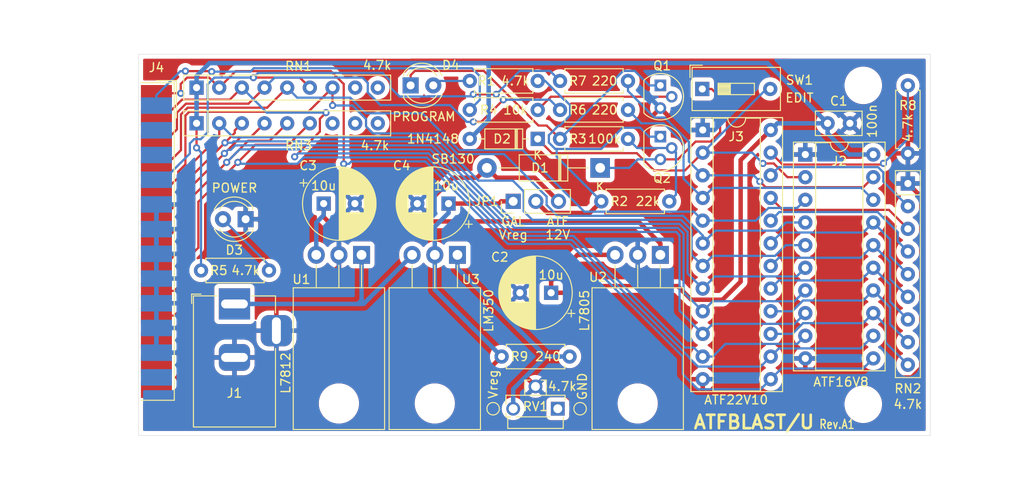
<source format=kicad_pcb>
(kicad_pcb (version 20210228) (generator pcbnew)
  (title_block (title "ATFBLAST/U") (date "2021-04-12") (rev "A1"))
  (layers (0 "F.Cu" signal) (31 "B.Cu" signal) (34 "B.Paste" user) (35 "F.Paste" user) (36 "B.SilkS" user "B.Silkscreen") (37 "F.SilkS" user "F.Silkscreen") (38 "B.Mask" user) (39 "F.Mask" user) (44 "Edge.Cuts" user))
  (net 0 "")
  (net 1 "GND")
  (net 2 "+5V")
  (net 3 "+12V")
  (net 4 "Net-(C4-Pad1)")
  (net 5 "/EDIT")
  (net 6 "Net-(D3-Pad2)")
  (net 7 "Net-(D4-Pad2)")
  (net 8 "Net-(D4-Pad1)")
  (net 9 "/P_V-")
  (net 10 "/D0")
  (net 11 "/RA0")
  (net 12 "/D7")
  (net 13 "Net-(J2-Pad17)")
  (net 14 "/D6")
  (net 15 "Net-(J2-Pad16)")
  (net 16 "/D5")
  (net 17 "Net-(J2-Pad15)")
  (net 18 "/D4")
  (net 19 "Net-(J2-Pad14)")
  (net 20 "/D3")
  (net 21 "Net-(J2-Pad13)")
  (net 22 "/D2")
  (net 23 "/ACK")
  (net 24 "/STROBE")
  (net 25 "Net-(J3-Pad23)")
  (net 26 "Net-(J3-Pad22)")
  (net 27 "/SELECT")
  (net 28 "/AUTO")
  (net 29 "/D1")
  (net 30 "Net-(JP1-Pad2)")
  (net 31 "Net-(Q1-Pad2)")
  (net 32 "Net-(Q2-Pad2)")
  (net 33 "Net-(J3-Pad20)")
  (net 34 "Net-(J3-Pad21)")
  (net 35 "Net-(J1-Pad1)")
  (net 36 "Net-(D1-Pad1)")
  (net 37 "Net-(R9-Pad2)")
  (footprint "Capacitor_THT:C_Disc_D5.0mm_W2.5mm_P2.50mm" (layer "F.Cu") (at 180.75 84.25)
    (fp_text reference "C1")
    (fp_text value "100n")
  )
  (footprint "Capacitor_THT:CP_Radial_D8.0mm_P3.50mm" (layer "F.Cu") (at 124.25 93.25)
    (fp_text reference "C3")
    (fp_text value "10u")
  )
  (footprint "LED_THT:LED_D4.0mm" (layer "F.Cu") (at 115.5 95 180)
    (fp_text reference "D3")
    (fp_text value "LED")
  )
  (footprint "Connector_BarrelJack:BarrelJack_Horizontal" (layer "F.Cu") (at 114.25 104.5 90)
    (fp_text reference "J1")
    (fp_text value "DS-210")
  )
  (footprint "Package_DIP:DIP-24_W7.62mm_Socket" (layer "F.Cu") (at 166.75 85)
    (fp_text reference "J3")
    (fp_text value "DIP24-panel")
  )
  (footprint "Package_TO_SOT_THT:TO-92" (layer "F.Cu") (at 162 80 -90)
    (fp_text reference "Q1")
    (fp_text value "BC547")
  )
  (footprint "Resistor_THT:R_Axial_DIN0207_L6.3mm_D2.5mm_P7.62mm_Horizontal" (layer "F.Cu") (at 148.25 79.5 180)
    (fp_text reference "R1")
    (fp_text value "4.7k")
  )
  (footprint "Resistor_THT:R_Axial_DIN0207_L6.3mm_D2.5mm_P7.62mm_Horizontal" (layer "F.Cu") (at 148.25 82.75 180)
    (fp_text reference "R4")
    (fp_text value "10k")
  )
  (footprint "Resistor_THT:R_Axial_DIN0207_L6.3mm_D2.5mm_P7.62mm_Horizontal" (layer "F.Cu") (at 110.5 100.75)
    (fp_text reference "R5")
    (fp_text value "4.7k")
  )
  (footprint "Resistor_THT:R_Axial_DIN0207_L6.3mm_D2.5mm_P7.62mm_Horizontal" (layer "F.Cu") (at 158.37 79.5 180)
    (fp_text reference "R7")
    (fp_text value "220")
  )
  (footprint "Package_TO_SOT_THT:TO-220-3_Horizontal_TabDown" (layer "F.Cu") (at 128.5 99 180)
    (fp_text reference "U1")
    (fp_text value "L7812")
  )
  (footprint "Resistor_THT:R_Array_SIP9" (layer "F.Cu") (at 189.75 91 -90)
    (fp_text reference "RN2")
    (fp_text value "4.7k")
  )
  (footprint "MountingHole:MountingHole_3.2mm_M3" (layer "F.Cu") (at 184.75 80)
    (fp_text reference "H1" hide)
    (fp_text value "MountingHole" hide)
  )
  (footprint "MountingHole:MountingHole_3.2mm_M3" (layer "F.Cu") (at 184.75 115.75)
    (fp_text reference "H2" hide)
    (fp_text value "MountingHole" hide)
  )
  (footprint "Resistor_THT:R_Axial_DIN0207_L6.3mm_D2.5mm_P7.62mm_Horizontal" (layer "F.Cu") (at 163 93 180)
    (fp_text reference "R2")
    (fp_text value "22k")
  )
  (footprint "Package_TO_SOT_THT:TO-220-3_Horizontal_TabDown" (layer "F.Cu") (at 139.25 99 180)
    (fp_text reference "U3")
    (fp_text value "LM350")
  )
  (footprint "Package_TO_SOT_THT:TO-220-3_Horizontal_TabDown" (layer "F.Cu") (at 162 99 180)
    (fp_text reference "U2")
    (fp_text value "L7805")
  )
  (footprint "LED_THT:LED_D4.0mm" (layer "F.Cu") (at 134 80)
    (fp_text reference "D4")
    (fp_text value "LED")
  )
  (footprint "Package_DIP:DIP-20_W7.62mm_Socket" (layer "F.Cu") (at 178.25 87.75)
    (fp_text reference "J2")
    (fp_text value "DIP20-panel")
  )
  (footprint "TestPoint:TestPoint_Pad_D1.0mm" (layer "F.Cu") (at 153 116.25)
    (fp_text reference "TP2" hide)
    (fp_text value "GND")
  )
  (footprint "TestPoint:TestPoint_Pad_D1.0mm" (layer "F.Cu") (at 143.25 116.25)
    (fp_text reference "TP1" hide)
    (fp_text value "Vreg")
  )
  (footprint "Potentiometer_THT:Potentiometer_Runtron_RM-063_Horizontal" (layer "F.Cu") (at 150.5 116.25 180)
    (fp_text reference "RV1")
    (fp_text value "4.7k")
  )
  (footprint "Resistor_THT:R_Axial_DIN0207_L6.3mm_D2.5mm_P7.62mm_Horizontal" (layer "F.Cu") (at 150.75 86)
    (fp_text reference "R3")
    (fp_text value "100k")
  )
  (footprint "Resistor_THT:R_Array_SIP9" (layer "F.Cu") (at 110 84.25)
    (fp_text reference "RN3")
    (fp_text value "4.7k")
  )
  (footprint "Resistor_THT:R_Array_SIP9" (layer "F.Cu") (at 110 80.25)
    (fp_text reference "RN1")
    (fp_text value "4.7k")
  )
  (footprint "Resistor_THT:R_Axial_DIN0207_L6.3mm_D2.5mm_P7.62mm_Horizontal" (layer "F.Cu") (at 158.37 82.75 180)
    (fp_text reference "R6")
    (fp_text value "220")
  )
  (footprint "Connector_PinHeader_2.54mm:PinHeader_1x03_P2.54mm_Vertical" (layer "F.Cu") (at 145.5 93 90)
    (fp_text reference "JP1")
    (fp_text value "Jumper_3")
  )
  (footprint "Diode_THT:D_DO-35_SOD27_P7.62mm_Horizontal" (layer "F.Cu") (at 148.25 86 180)
    (fp_text reference "D2")
    (fp_text value "1N4148")
  )
  (footprint "Diode_THT:D_DO-41_SOD81_P12.70mm_Horizontal" (layer "F.Cu") (at 155.25 89.25 180)
    (fp_text reference "D1")
    (fp_text value "SB130")
  )
  (footprint "Connector_Dsub:DSUB-25_Male_EdgeMount_P2.77mm" (layer "F.Cu") (at 105.5 97.5 -90)
    (fp_text reference "J4")
    (fp_text value "DB25_Male")
  )
  (footprint "Capacitor_THT:CP_Radial_D8.0mm_P3.50mm" (layer "F.Cu") (at 149.75 103.25 180)
    (fp_text reference "C2")
    (fp_text value "10u")
  )
  (footprint "Button_Switch_THT:SW_DIP_SPSTx01_Slide_9.78x4.72mm_W7.62mm_P2.54mm" (layer "F.Cu") (at 166.7 80.4)
    (fp_text reference "SW1")
    (fp_text value "SW_DIP_x01")
  )
  (footprint "Package_TO_SOT_THT:TO-92" (layer "F.Cu") (at 162 85.75 -90)
    (fp_text reference "Q2")
    (fp_text value "BC557")
  )
  (footprint "Capacitor_THT:CP_Radial_D8.0mm_P3.50mm" (layer "F.Cu") (at 138.25 93.25 180)
    (fp_text reference "C4")
    (fp_text value "10u")
  )
  (footprint "Resistor_THT:R_Axial_DIN0207_L6.3mm_D2.5mm_P7.62mm_Horizontal" (layer "F.Cu") (at 189.75 80 -90)
    (fp_text reference "R8")
    (fp_text value "4.7k")
  )
  (footprint "Resistor_THT:R_Axial_DIN0207_L6.3mm_D2.5mm_P7.62mm_Horizontal" (layer "F.Cu") (at 144.2 110.4)
    (fp_text reference "R9")
    (fp_text value "240")
  )
  (gr_line (start 103.5 119.25) (end 103.5 76.5) (layer "Edge.Cuts") (width 0.05))
  (gr_line (start 192.25 119.25) (end 103.5 119.25) (layer "Edge.Cuts") (width 0.05))
  (gr_line (start 192.25 76.5) (end 192.25 119.25) (layer "Edge.Cuts") (width 0.05))
  (gr_line (start 103.5 76.5) (end 192.25 76.5) (layer "Edge.Cuts") (width 0.05))
  (gr_text "ATFBLAST/U" (at 172.5 117.75) (layer "F.SilkS") (effects (font (size 1.5 1.5) (thickness 0.3))))
  (gr_text "Rev.A1" (at 181.8 118) (layer "F.SilkS") (effects (font (size 1 0.8))))
  (segment (start 166.75 112.94) (end 166.75 114.5) (width 0.5) (layer "F.Cu") (net 1))
  (segment (start 189.75 87.62) (end 189.75 86) (width 0.5) (layer "F.Cu") (net 1))
  (segment (start 191.25 111.670002) (end 191.25 92.5) (width 0.5) (layer "F.Cu") (net 1))
  (segment (start 146.25 103.25) (end 149.25 106.25) (width 0.5) (layer "F.Cu") (net 1))
  (segment (start 167.5 115.25) (end 175.25 115.25) (width 0.5) (layer "F.Cu") (net 1))
  (segment (start 166.75 77.25) (end 165.5 77.25) (width 0.5) (layer "F.Cu") (net 1))
  (segment (start 133.25 91.75) (end 132 91.75) (width 0.5) (layer "F.Cu") (net 1))
  (segment (start 116.9 95) (end 115.5 95) (width 0.5) (layer "F.Cu") (net 1))
  (segment (start 153 96.5) (end 146.25 103.25) (width 0.5) (layer "F.Cu") (net 1))
  (segment (start 125.96 99) (end 125.96 100.29) (width 0.5) (layer "F.Cu") (net 1))
  (segment (start 189.25 85.5) (end 184.5 85.5) (width 0.5) (layer "F.Cu") (net 1))
  (segment (start 183.25 84.25) (end 179.75 87.75) (width 0.5) (layer "F.Cu") (net 1))
  (segment (start 165.5 77.25) (end 134.139998 77.25) (width 0.5) (layer "F.Cu") (net 1))
  (segment (start 190.170002 112.75) (end 191.25 111.670002) (width 0.5) (layer "F.Cu") (net 1))
  (segment (start 189.75 91) (end 189.75 87.62) (width 0.5) (layer "F.Cu") (net 1))
  (segment (start 148 113.75) (end 149.25 112.5) (width 0.5) (layer "F.Cu") (net 1))
  (segment (start 158.75 96.5) (end 153 96.5) (width 0.5) (layer "F.Cu") (net 1))
  (segment (start 121.75 107.5) (end 124 105.25) (width 0.5) (layer "F.Cu") (net 1))
  (segment (start 184.5 85.5) (end 183.25 84.25) (width 0.5) (layer "F.Cu") (net 1))
  (segment (start 118.95 110.05) (end 118.95 107.5) (width 0.5) (layer "F.Cu") (net 1))
  (segment (start 178.75 112.75) (end 190.170002 112.75) (width 0.5) (layer "F.Cu") (net 1))
  (segment (start 124 105.25) (end 124 104.5) (width 0.5) (layer "F.Cu") (net 1))
  (segment (start 118.95 107.5) (end 121.75 107.5) (width 0.5) (layer "F.Cu") (net 1))
  (segment (start 118.5 110.5) (end 118.95 110.05) (width 0.5) (layer "F.Cu") (net 1))
  (segment (start 178.25 112.25) (end 178.25 110.61) (width 0.5) (layer "F.Cu") (net 1))
  (segment (start 176.25 77.25) (end 166.75 77.25) (width 0.5) (layer "F.Cu") (net 1))
  (segment (start 191.25 92.5) (end 189.75 91) (width 0.5) (layer "F.Cu") (net 1))
  (segment (start 165.5 77.25) (end 165.25 77.25) (width 0.5) (layer "F.Cu") (net 1))
  (segment (start 159.46 99) (end 159.46 97.21) (width 0.5) (layer "F.Cu") (net 1))
  (segment (start 132 91.75) (end 129.25 91.75) (width 0.5) (layer "F.Cu") (net 1))
  (segment (start 153.25 116.25) (end 153 116.25) (width 0.5) (layer "F.Cu") (net 1))
  (segment (start 175.25 115.25) (end 178.25 112.25) (width 0.5) (layer "F.Cu") (net 1))
  (segment (start 129.25 91.75) (end 127.75 93.25) (width 0.5) (layer "F.Cu") (net 1))
  (segment (start 183.25 84.25) (end 176.25 77.25) (width 0.5) (layer "F.Cu") (net 1))
  (segment (start 189.75 86) (end 189.25 85.5) (width 0.5) (layer "F.Cu") (net 1))
  (segment (start 166.75 114.5) (end 167.5 115.25) (width 0.5) (layer "F.Cu") (net 1))
  (segment (start 149.25 106.25) (end 149.25 112.5) (width 0.5) (layer "F.Cu") (net 1))
  (segment (start 125 101.25) (end 124 101.25) (width 0.5) (layer "F.Cu") (net 1))
  (segment (start 114.25 110.5) (end 118.5 110.5) (width 0.5) (layer "F.Cu") (net 1))
  (segment (start 124 101.25) (end 123.15 101.25) (width 0.5) (layer "F.Cu") (net 1))
  (segment (start 125.96 100.29) (end 125 101.25) (width 0.5) (layer "F.Cu") (net 1))
  (segment (start 179.75 87.75) (end 178.25 87.75) (width 0.5) (layer "F.Cu") (net 1))
  (segment (start 134.75 93.25) (end 133.25 91.75) (width 0.5) (layer "F.Cu") (net 1))
  (segment (start 123.15 101.25) (end 116.9 95) (width 0.5) (layer "F.Cu") (net 1))
  (segment (start 134.139998 77.25) (end 132 79.389998) (width 0.5) (layer "F.Cu") (net 1))
  (segment (start 144.75 104.75) (end 124 104.75) (width 0.5) (layer "F.Cu") (net 1))
  (segment (start 146.25 103.25) (end 144.75 104.75) (width 0.5) (layer "F.Cu") (net 1))
  (segment (start 132 79.389998) (end 132 91.75) (width 0.5) (layer "F.Cu") (net 1))
  (segment (start 124 104.5) (end 124 101.25) (width 0.5) (layer "F.Cu") (net 1))
  (segment (start 178.25 112.25) (end 178.75 112.75) (width 0.5) (layer "F.Cu") (net 1))
  (segment (start 149.25 112.5) (end 153 116.25) (width 0.5) (layer "F.Cu") (net 1))
  (segment (start 159.46 97.21) (end 158.75 96.5) (width 0.5) (layer "F.Cu") (net 1))
  (segment (start 125.96 95.04) (end 127.75 93.25) (width 0.5) (layer "B.Cu") (net 1))
  (segment (start 105.5 101.655) (end 105.5 98.885) (width 0.5) (layer "B.Cu") (net 1))
  (segment (start 105.5 104.425) (end 105.5 101.655) (width 0.5) (layer "B.Cu") (net 1))
  (segment (start 105.5 107.195) (end 105.5 104.425) (width 0.5) (layer "B.Cu") (net 1))
  (segment (start 105.5 109.965) (end 109.035 109.965) (width 0.5) (layer "B.Cu") (net 1))
  (segment (start 105.5 98.885) (end 105.5 96.115) (width 0.5) (layer "B.Cu") (net 1))
  (segment (start 105.5 96.115) (end 105.5 93.345) (width 0.5) (layer "B.Cu") (net 1))
  (segment (start 109.035 109.965) (end 110.965 109.965) (width 0.5) (layer "B.Cu") (net 1))
  (segment (start 110.965 109.965) (end 111.5 110.5) (width 0.5) (layer "B.Cu") (net 1))
  (segment (start 105.5 109.965) (end 105.5 107.195) (width 0.5) (layer "B.Cu") (net 1))
  (segment (start 125.96 99) (end 125.96 95.04) (width 0.5) (layer "B.Cu") (net 1))
  (segment (start 111.5 110.5) (end 114.25 110.5) (width 0.5) (layer "B.Cu") (net 1))
  (segment (start 173.570001 85.799999) (end 174.37 85) (width 0.5) (layer "F.Cu") (net 2))
  (segment (start 168.969999 104.030001) (end 171 102) (width 0.5) (layer "F.Cu") (net 2))
  (segment (start 110 84.25) (end 110 86.999994) (width 0.25) (layer "F.Cu") (net 2))
  (segment (start 165.469999 104.030001) (end 168.969999 104.030001) (width 0.5) (layer "F.Cu") (net 2))
  (segment (start 149.75 103.25) (end 149.75 101.95) (width 0.5) (layer "F.Cu") (net 2))
  (segment (start 155.4675 99) (end 156.92 99) (width 0.5) (layer "F.Cu") (net 2))
  (segment (start 163.939998 102.5) (end 165.469999 104.030001) (width 0.5) (layer "F.Cu") (net 2))
  (segment (start 152 102.5) (end 163.939998 102.5) (width 0.5) (layer "F.Cu") (net 2))
  (segment (start 110 86.999994) (end 110.000006 87) (width 0.25) (layer "F.Cu") (net 2))
  (segment (start 149.75 101.95) (end 152.7 99) (width 0.5) (layer "F.Cu") (net 2))
  (segment (start 149.75 103.25) (end 151.25 103.25) (width 0.5) (layer "F.Cu") (net 2))
  (segment (start 171 102) (end 171 88.37) (width 0.5) (layer "F.Cu") (net 2))
  (segment (start 152.7 99) (end 155.4675 99) (width 0.5) (layer "F.Cu") (net 2))
  (segment (start 171 88.37) (end 173.570001 85.799999) (width 0.5) (layer "F.Cu") (net 2))
  (segment (start 151.25 103.25) (end 152 102.5) (width 0.5) (layer "F.Cu") (net 2))
  (via (at 110.000006 87) (size 0.8) (drill 0.4) (layers "F.Cu" "B.Cu") (net 2))
  (segment (start 142.75 83.88) (end 142.75 77.5) (width 0.5) (layer "B.Cu") (net 2))
  (segment (start 184.73863 87.75) (end 185.87 87.75) (width 0.5) (layer "B.Cu") (net 2))
  (segment (start 142.75 77.5) (end 174 77.5) (width 0.5) (layer "B.Cu") (net 2))
  (segment (start 174 77.5) (end 180.75 84.25) (width 0.5) (layer "B.Cu") (net 2))
  (segment (start 111.45 77.5) (end 142.75 77.5) (width 0.5) (layer "B.Cu") (net 2))
  (segment (start 175.12 84.25) (end 174.37 85) (width 0.5) (layer "B.Cu") (net 2))
  (segment (start 110.5 87.499994) (end 110.400005 87.399999) (width 0.25) (layer "B.Cu") (net 2))
  (segment (start 110.400005 87.399999) (end 110.000006 87) (width 0.25) (layer "B.Cu") (net 2))
  (segment (start 140.63 86) (end 142.75 83.88) (width 0.5) (layer "B.Cu") (net 2))
  (segment (start 183.11863 87.75) (end 184.73863 87.75) (width 0.5) (layer "B.Cu") (net 2))
  (segment (start 110 80.25) (end 110 84.25) (width 0.5) (layer "B.Cu") (net 2))
  (segment (start 180.75 84.25) (end 175.12 84.25) (width 0.5) (layer "B.Cu") (net 2))
  (segment (start 110 78.95) (end 111.45 77.5) (width 0.5) (layer "B.Cu") (net 2))
  (segment (start 180.75 84.25) (end 180.75 85.38137) (width 0.5) (layer "B.Cu") (net 2))
  (segment (start 180.75 85.38137) (end 183.11863 87.75) (width 0.5) (layer "B.Cu") (net 2))
  (segment (start 110.5 100.75) (end 110.5 87.499994) (width 0.25) (layer "B.Cu") (net 2))
  (segment (start 110 80.25) (end 110 78.95) (width 0.5) (layer "B.Cu") (net 2))
  (segment (start 124.75 95.25) (end 124.25 94.75) (width 0.5) (layer "F.Cu") (net 3))
  (segment (start 147.929999 90.349999) (end 149.730001 92.150001) (width 0.5) (layer "F.Cu") (net 3))
  (segment (start 134.600002 95.25) (end 124.75 95.25) (width 0.5) (layer "F.Cu") (net 3))
  (segment (start 159.52375 95.25) (end 134.600002 95.25) (width 0.5) (layer "F.Cu") (net 3))
  (segment (start 138.739999 90.349999) (end 136.25 92.839998) (width 0.5) (layer "F.Cu") (net 3))
  (segment (start 136.25 92.839998) (end 136.25 93.600002) (width 0.5) (layer "F.Cu") (net 3))
  (segment (start 142.55 89.25) (end 143.649999 90.349999) (width 0.5) (layer "F.Cu") (net 3))
  (segment (start 162 97.72625) (end 159.52375 95.25) (width 0.5) (layer "F.Cu") (net 3))
  (segment (start 136.25 93.600002) (end 134.600002 95.25) (width 0.5) (layer "F.Cu") (net 3))
  (segment (start 142.55 89.25) (end 141.450001 90.349999) (width 0.5) (layer "F.Cu") (net 3))
  (segment (start 149.730001 92.150001) (end 150.58 93) (width 0.5) (layer "F.Cu") (net 3))
  (segment (start 124.25 94.75) (end 124.25 93.25) (width 0.5) (layer "F.Cu") (net 3))
  (segment (start 162 99.25) (end 162 97.72625) (width 0.5) (layer "F.Cu") (net 3))
  (segment (start 143.649999 90.349999) (end 147.929999 90.349999) (width 0.5) (layer "F.Cu") (net 3))
  (segment (start 141.450001 90.349999) (end 138.739999 90.349999) (width 0.5) (layer "F.Cu") (net 3))
  (segment (start 123.42 95.38) (end 123.42 99) (width 0.5) (layer "B.Cu") (net 3))
  (segment (start 124.25 93.25) (end 124.25 94.55) (width 0.5) (layer "B.Cu") (net 3))
  (segment (start 124.25 94.55) (end 123.42 95.38) (width 0.5) (layer "B.Cu") (net 3))
  (segment (start 143.9 93.25) (end 144.15 93) (width 0.5) (layer "F.Cu") (net 4))
  (segment (start 144.15 93) (end 145.5 93) (width 0.5) (layer "F.Cu") (net 4))
  (segment (start 138.25 93.25) (end 143.9 93.25) (width 0.5) (layer "F.Cu") (net 4))
  (segment (start 143.25 116.25) (end 143.25 111.35) (width 0.5) (layer "F.Cu") (net 4))
  (segment (start 143.25 111.35) (end 144.2 110.4) (width 0.5) (layer "F.Cu") (net 4))
  (segment (start 138.25 94.3) (end 138.25 93.25) (width 0.5) (layer "B.Cu") (net 4))
  (segment (start 136.71 99) (end 136.71 102.91) (width 0.5) (layer "B.Cu") (net 4))
  (segment (start 136.71 99) (end 136.71 95.84) (width 0.5) (layer "B.Cu") (net 4))
  (segment (start 136.71 95.84) (end 138.25 94.3) (width 0.5) (layer "B.Cu") (net 4))
  (segment (start 136.71 102.91) (end 144.2 110.4) (width 0.5) (layer "B.Cu") (net 4))
  (segment (start 159.366452 87.6) (end 161.306451 89.539999) (width 0.25) (layer "F.Cu") (net 5))
  (segment (start 174.705002 88.75) (end 173.5 88.75) (width 0.25) (layer "F.Cu") (net 5))
  (segment (start 165.950001 88.339999) (end 166.75 87.54) (width 0.25) (layer "F.Cu") (net 5))
  (segment (start 176.245002 90.29) (end 174.705002 88.75) (width 0.25) (layer "F.Cu") (net 5))
  (segment (start 161.306451 89.539999) (end 164.750001 89.539999) (width 0.25) (layer "F.Cu") (net 5))
  (segment (start 149.85 87.6) (end 159.366452 87.6) (width 0.25) (layer "F.Cu") (net 5))
  (segment (start 164.750001 89.539999) (end 165.950001 88.339999) (width 0.25) (layer "F.Cu") (net 5))
  (segment (start 178.25 90.29) (end 176.245002 90.29) (width 0.25) (layer "F.Cu") (net 5))
  (segment (start 148.25 86) (end 149.85 87.6) (width 0.25) (layer "F.Cu") (net 5))
  (via (at 173.5 88.75) (size 0.8) (drill 0.4) (layers "F.Cu" "B.Cu") (net 5))
  (segment (start 174.32 80.4) (end 173.89 80.4) (width 0.25) (layer "B.Cu") (net 5))
  (segment (start 173.5 88.75) (end 172.29 87.54) (width 0.25) (layer "B.Cu") (net 5))
  (segment (start 173.89 80.4) (end 166.75 87.54) (width 0.25) (layer "B.Cu") (net 5))
  (segment (start 172.29 87.54) (end 166.75 87.54) (width 0.25) (layer "B.Cu") (net 5))
  (segment (start 112.96 95) (end 118.12 100.16) (width 0.25) (layer "B.Cu") (net 6))
  (segment (start 118.12 100.16) (end 118.12 100.75) (width 0.25) (layer "B.Cu") (net 6))
  (segment (start 137.04 79.5) (end 136.54 80) (width 0.25) (layer "B.Cu") (net 7))
  (segment (start 140.63 79.5) (end 137.04 79.5) (width 0.25) (layer "B.Cu") (net 7))
  (segment (start 134 80) (end 134 78.85) (width 0.25) (layer "F.Cu") (net 8))
  (segment (start 149.25 84.5) (end 150.75 86) (width 0.25) (layer "F.Cu") (net 8))
  (segment (start 142.209997 78.374999) (end 148.334998 84.5) (width 0.25) (layer "F.Cu") (net 8))
  (segment (start 134 78.85) (end 134.475001 78.374999) (width 0.25) (layer "F.Cu") (net 8))
  (segment (start 134.475001 78.374999) (end 142.209997 78.374999) (width 0.25) (layer "F.Cu") (net 8))
  (segment (start 148.334998 84.5) (end 149.25 84.5) (width 0.25) (layer "F.Cu") (net 8))
  (segment (start 157 79.75) (end 157 79.204998) (width 0.25) (layer "B.Cu") (net 8))
  (segment (start 160.75 80) (end 162 80) (width 0.25) (layer "B.Cu") (net 8))
  (segment (start 157 79.204998) (end 157.829999 78.374999) (width 0.25) (layer "B.Cu") (net 8))
  (segment (start 150.75 86) (end 157 79.75) (width 0.25) (layer "B.Cu") (net 8))
  (segment (start 157.829999 78.374999) (end 159.124999 78.374999) (width 0.25) (layer "B.Cu") (net 8))
  (segment (start 159.124999 78.374999) (end 160.75 80) (width 0.25) (layer "B.Cu") (net 8))
  (segment (start 185.070001 91.089999) (end 185.87 90.29) (width 0.25) (layer "F.Cu") (net 9))
  (segment (start 173.796846 91.415001) (end 184.744999 91.415001) (width 0.25) (layer "F.Cu") (net 9))
  (segment (start 173.151844 90.769999) (end 173.796846 91.415001) (width 0.25) (layer "F.Cu") (net 9))
  (segment (start 184.744999 91.415001) (end 185.070001 91.089999) (width 0.25) (layer "F.Cu") (net 9))
  (via (at 173.151844 90.769999) (size 0.8) (drill 0.4) (layers "F.Cu" "B.Cu") (net 9))
  (segment (start 158.37 80.63137) (end 161.33863 83.6) (width 0.25) (layer "B.Cu") (net 9))
  (segment (start 162.473207 83.6) (end 165.2 86.326793) (width 0.25) (layer "B.Cu") (net 9))
  (segment (start 166.75 90.08) (end 172.461845 90.08) (width 0.25) (layer "B.Cu") (net 9))
  (segment (start 161.33863 83.6) (end 162.473207 83.6) (width 0.25) (layer "B.Cu") (net 9))
  (segment (start 172.461845 90.08) (end 173.151844 90.769999) (width 0.25) (layer "B.Cu") (net 9))
  (segment (start 165.2 86.326793) (end 165.2 88.53) (width 0.25) (layer "B.Cu") (net 9))
  (segment (start 165.950001 89.280001) (end 166.75 90.08) (width 0.25) (layer "B.Cu") (net 9))
  (segment (start 158.37 79.5) (end 158.37 80.63137) (width 0.25) (layer "B.Cu") (net 9))
  (segment (start 165.2 88.53) (end 165.950001 89.280001) (width 0.25) (layer "B.Cu") (net 9))
  (segment (start 123.825001 85.174999) (end 121.399999 87.600001) (width 0.25) (layer "F.Cu") (net 10))
  (segment (start 124.513867 83.053031) (end 123.825001 83.741897) (width 0.25) (layer "F.Cu") (net 10))
  (segment (start 106.316666 83.65) (end 108.366688 81.599978) (width 0.25) (layer "F.Cu") (net 10))
  (segment (start 108.366688 81.599978) (end 113.730022 81.599978) (width 0.25) (layer "F.Cu") (net 10))
  (segment (start 123.825001 83.741897) (end 123.825001 85.174999) (width 0.25) (layer "F.Cu") (net 10))
  (segment (start 121.399999 87.600001) (end 121 88) (width 0.25) (layer "F.Cu") (net 10))
  (segment (start 114.280001 81.049999) (end 115.08 80.25) (width 0.25) (layer "F.Cu") (net 10))
  (segment (start 105.5 83.65) (end 106.316666 83.65) (width 0.25) (layer "F.Cu") (net 10))
  (segment (start 113.730022 81.599978) (end 114.280001 81.049999) (width 0.25) (layer "F.Cu") (net 10))
  (via (at 121 88) (size 0.8) (drill 0.4) (layers "F.Cu" "B.Cu") (net 10))
  (via (at 124.513867 83.053031) (size 0.8) (drill 0.4) (layers "F.Cu" "B.Cu") (net 10))
  (segment (start 165.75 109.4) (end 166.75 110.4) (width 0.25) (layer "B.Cu") (net 10))
  (segment (start 169.296369 108.985001) (end 177.334999 108.985001) (width 0.25) (layer "B.Cu") (net 10))
  (segment (start 164.786411 109.4) (end 165.75 109.4) (width 0.25) (layer "B.Cu") (net 10))
  (segment (start 117.883031 83.053031) (end 117.635001 82.805001) (width 0.25) (layer "B.Cu") (net 10))
  (segment (start 177.334999 108.985001) (end 177.450001 108.869999) (width 0.25) (layer "B.Cu") (net 10))
  (segment (start 177.450001 108.869999) (end 178.25 108.07) (width 0.25) (layer "B.Cu") (net 10))
  (segment (start 121.374949 87.625051) (end 121 88) (width 0.25) (layer "B.Cu") (net 10))
  (segment (start 164.786411 109.4) (end 152.261467 96.875056) (width 0.25) (layer "B.Cu") (net 10))
  (segment (start 167.88137 110.4) (end 169.296369 108.985001) (width 0.25) (layer "B.Cu") (net 10))
  (segment (start 152.261467 96.875056) (end 145.261466 96.875056) (width 0.25) (layer "B.Cu") (net 10))
  (segment (start 115.08 80.25) (end 117.635001 82.805001) (width 0.25) (layer "B.Cu") (net 10))
  (segment (start 166.75 110.4) (end 167.88137 110.4) (width 0.25) (layer "B.Cu") (net 10))
  (segment (start 145.261466 96.875056) (end 136.011461 87.625051) (width 0.25) (layer "B.Cu") (net 10))
  (segment (start 124.513867 83.053031) (end 117.883031 83.053031) (width 0.25) (layer "B.Cu") (net 10))
  (segment (start 136.011461 87.625051) (end 121.374949 87.625051) (width 0.25) (layer "B.Cu") (net 10))
  (segment (start 162.360002 84.25) (end 164.6 86.489998) (width 0.25) (layer "B.Cu") (net 11))
  (segment (start 164.6 90.47) (end 166.75 92.62) (width 0.25) (layer "B.Cu") (net 11))
  (segment (start 184.534999 91.494999) (end 167.875001 91.494999) (width 0.25) (layer "B.Cu") (net 11))
  (segment (start 159.87 84.25) (end 162.360002 84.25) (width 0.25) (layer "B.Cu") (net 11))
  (segment (start 185.87 92.83) (end 184.534999 91.494999) (width 0.25) (layer "B.Cu") (net 11))
  (segment (start 167.875001 91.494999) (end 167.549999 91.820001) (width 0.25) (layer "B.Cu") (net 11))
  (segment (start 158.37 82.75) (end 159.87 84.25) (width 0.25) (layer "B.Cu") (net 11))
  (segment (start 164.6 86.489998) (end 164.6 90.47) (width 0.25) (layer "B.Cu") (net 11))
  (segment (start 167.549999 91.820001) (end 166.75 92.62) (width 0.25) (layer "B.Cu") (net 11))
  (segment (start 107.89 102.64) (end 107.49 103.04) (width 0.25) (layer "F.Cu") (net 12))
  (segment (start 107.49 103.04) (end 105.5 103.04) (width 0.25) (layer "F.Cu") (net 12))
  (segment (start 107.89 99.61) (end 107.89 102.64) (width 0.25) (layer "F.Cu") (net 12))
  (segment (start 109.75 92.25) (end 113.375 88.625) (width 0.25) (layer "F.Cu") (net 12))
  (segment (start 109.75 97.5) (end 109.75 92.25) (width 0.25) (layer "F.Cu") (net 12))
  (segment (start 118.20999 86.20001) (end 120.16 84.25) (width 0.25) (layer "F.Cu") (net 12))
  (segment (start 113.375 88.625) (end 115.79999 86.20001) (width 0.25) (layer "F.Cu") (net 12))
  (segment (start 115.79999 86.20001) (end 118.20999 86.20001) (width 0.25) (layer "F.Cu") (net 12))
  (segment (start 109.75 97.75) (end 107.89 99.61) (width 0.25) (layer "F.Cu") (net 12))
  (segment (start 109.75 97.5) (end 109.75 97.75) (width 0.25) (layer "F.Cu") (net 12))
  (via (at 113.375 88.625) (size 0.8) (drill 0.4) (layers "F.Cu" "B.Cu") (net 12))
  (segment (start 114.824959 87.175041) (end 136.197861 87.175041) (width 0.25) (layer "B.Cu") (net 12))
  (segment (start 113.375 88.625) (end 114.824959 87.175041) (width 0.25) (layer "B.Cu") (net 12))
  (segment (start 164.14997 105.25997) (end 166.75 107.86) (width 0.25) (layer "B.Cu") (net 12))
  (segment (start 177.045001 106.734999) (end 177.450001 106.329999) (width 0.25) (layer "B.Cu") (net 12))
  (segment (start 177.450001 106.329999) (end 178.25 105.53) (width 0.25) (layer "B.Cu") (net 12))
  (segment (start 166.75 107.86) (end 167.875001 106.734999) (width 0.25) (layer "B.Cu") (net 12))
  (segment (start 167.875001 106.734999) (end 177.045001 106.734999) (width 0.25) (layer "B.Cu") (net 12))
  (segment (start 136.197861 87.175041) (end 145.447865 96.425045) (width 0.25) (layer "B.Cu") (net 12))
  (segment (start 145.447865 96.425045) (end 163.765815 96.425045) (width 0.25) (layer "B.Cu") (net 12))
  (segment (start 163.765815 96.425045) (end 164.14997 96.8092) (width 0.25) (layer "B.Cu") (net 12))
  (segment (start 164.14997 96.8092) (end 164.14997 105.25997) (width 0.25) (layer "B.Cu") (net 12))
  (segment (start 187.75 97.25) (end 187.75 99.15359) (width 0.25) (layer "B.Cu") (net 13))
  (segment (start 174.37 97.7) (end 175.574999 96.495001) (width 0.25) (layer "B.Cu") (net 13))
  (segment (start 188.950001 100.353591) (end 188.950001 100.360001) (width 0.25) (layer "B.Cu") (net 13))
  (segment (start 175.574999 96.495001) (end 184.744999 96.495001) (width 0.25) (layer "B.Cu") (net 13))
  (segment (start 188.950001 100.360001) (end 189.75 101.16) (width 0.25) (layer "B.Cu") (net 13))
  (segment (start 185.87 95.37) (end 187.75 97.25) (width 0.25) (layer "B.Cu") (net 13))
  (segment (start 184.744999 96.495001) (end 185.070001 96.169999) (width 0.25) (layer "B.Cu") (net 13))
  (segment (start 187.75 99.15359) (end 188.950001 100.353591) (width 0.25) (layer "B.Cu") (net 13))
  (segment (start 185.070001 96.169999) (end 185.87 95.37) (width 0.25) (layer "B.Cu") (net 13))
  (segment (start 109.299989 91.450011) (end 113.125 87.625) (width 0.25) (layer "F.Cu") (net 14))
  (segment (start 116.120001 85.749999) (end 116.820001 85.049999) (width 0.25) (layer "F.Cu") (net 14))
  (segment (start 106.316666 100.27) (end 109.299989 97.286677) (width 0.25) (layer "F.Cu") (net 14))
  (segment (start 115.000001 85.749999) (end 116.120001 85.749999) (width 0.25) (layer "F.Cu") (net 14))
  (segment (start 116.820001 85.049999) (end 117.62 84.25) (width 0.25) (layer "F.Cu") (net 14))
  (segment (start 105.5 100.27) (end 106.316666 100.27) (width 0.25) (layer "F.Cu") (net 14))
  (segment (start 109.299989 97.286677) (end 109.299989 91.450011) (width 0.25) (layer "F.Cu") (net 14))
  (segment (start 113.125 87.625) (end 115.000001 85.749999) (width 0.25) (layer "F.Cu") (net 14))
  (via (at 113.125 87.625) (size 0.8) (drill 0.4) (layers "F.Cu" "B.Cu") (net 14))
  (segment (start 167.875001 104.194999) (end 177.045001 104.194999) (width 0.25) (layer "B.Cu") (net 14))
  (segment (start 164.599981 103.169981) (end 166.75 105.32) (width 0.25) (layer "B.Cu") (net 14))
  (segment (start 113.125 87.625) (end 113.524999 87.225001) (width 0.25) (layer "B.Cu") (net 14))
  (segment (start 163.952215 95.975034) (end 164.599981 96.6228) (width 0.25) (layer "B.Cu") (net 14))
  (segment (start 114.343173 86.725031) (end 136.384261 86.725031) (width 0.25) (layer "B.Cu") (net 14))
  (segment (start 177.450001 103.789999) (end 178.25 102.99) (width 0.25) (layer "B.Cu") (net 14))
  (segment (start 145.634264 95.975034) (end 163.952215 95.975034) (width 0.25) (layer "B.Cu") (net 14))
  (segment (start 164.599981 96.6228) (end 164.599981 103.169981) (width 0.25) (layer "B.Cu") (net 14))
  (segment (start 136.384261 86.725031) (end 145.634264 95.975034) (width 0.25) (layer "B.Cu") (net 14))
  (segment (start 177.045001 104.194999) (end 177.450001 103.789999) (width 0.25) (layer "B.Cu") (net 14))
  (segment (start 113.524999 87.225001) (end 113.843203 87.225001) (width 0.25) (layer "B.Cu") (net 14))
  (segment (start 166.75 105.32) (end 167.875001 104.194999) (width 0.25) (layer "B.Cu") (net 14))
  (segment (start 113.843203 87.225001) (end 114.343173 86.725031) (width 0.25) (layer "B.Cu") (net 14))
  (segment (start 184.455001 99.324999) (end 185.070001 98.709999) (width 0.25) (layer "B.Cu") (net 15))
  (segment (start 187.75 101.7) (end 188.950001 102.900001) (width 0.25) (layer "B.Cu") (net 15))
  (segment (start 185.87 97.91) (end 187.75 99.79) (width 0.25) (layer "B.Cu") (net 15))
  (segment (start 188.950001 102.900001) (end 189.75 103.7) (width 0.25) (layer "B.Cu") (net 15))
  (segment (start 174.37 100.24) (end 175.285001 99.324999) (width 0.25) (layer "B.Cu") (net 15))
  (segment (start 187.75 99.79) (end 187.75 101.7) (width 0.25) (layer "B.Cu") (net 15))
  (segment (start 175.285001 99.324999) (end 184.455001 99.324999) (width 0.25) (layer "B.Cu") (net 15))
  (segment (start 185.070001 98.709999) (end 185.87 97.91) (width 0.25) (layer "B.Cu") (net 15))
  (segment (start 115.08 84.25) (end 114.280001 85.049999) (width 0.25) (layer "F.Cu") (net 16))
  (segment (start 108.849978 90.76361) (end 108.849978 94.966688) (width 0.25) (layer "F.Cu") (net 16))
  (segment (start 106.316666 97.5) (end 105.5 97.5) (width 0.25) (layer "F.Cu") (net 16))
  (segment (start 113.181794 86.431794) (end 108.849978 90.76361) (width 0.25) (layer "F.Cu") (net 16))
  (segment (start 114.280001 85.333587) (end 113.181794 86.431794) (width 0.25) (layer "F.Cu") (net 16))
  (segment (start 114.280001 85.049999) (end 114.280001 85.333587) (width 0.25) (layer "F.Cu") (net 16))
  (segment (start 108.849978 94.966688) (end 106.316666 97.5) (width 0.25) (layer "F.Cu") (net 16))
  (via (at 113.181794 86.431794) (size 0.8) (drill 0.4) (layers "F.Cu" "B.Cu") (net 16))
  (segment (start 164.138615 95.525023) (end 165.049992 96.4364) (width 0.25) (layer "B.Cu") (net 16))
  (segment (start 166.75 102.78) (end 168.115011 101.414989) (width 0.25) (layer "B.Cu") (net 16))
  (segment (start 114 86.431794) (end 114.156773 86.275021) (width 0.25) (layer "B.Cu") (net 16))
  (segment (start 136.570661 86.275021) (end 145.820663 95.525023) (width 0.25) (layer "B.Cu") (net 16))
  (segment (start 114.156773 86.275021) (end 136.570661 86.275021) (width 0.25) (layer "B.Cu") (net 16))
  (segment (start 168.115011 101.414989) (end 177.285011 101.414989) (width 0.25) (layer "B.Cu") (net 16))
  (segment (start 177.285011 101.414989) (end 177.450001 101.249999) (width 0.25) (layer "B.Cu") (net 16))
  (segment (start 113.181794 86.431794) (end 114 86.431794) (width 0.25) (layer "B.Cu") (net 16))
  (segment (start 165.049992 96.4364) (end 165.049992 101.079992) (width 0.25) (layer "B.Cu") (net 16))
  (segment (start 145.820663 95.525023) (end 164.138615 95.525023) (width 0.25) (layer "B.Cu") (net 16))
  (segment (start 177.450001 101.249999) (end 178.25 100.45) (width 0.25) (layer "B.Cu") (net 16))
  (segment (start 165.049992 101.079992) (end 166.75 102.78) (width 0.25) (layer "B.Cu") (net 16))
  (segment (start 185.070001 101.249999) (end 185.87 100.45) (width 0.25) (layer "B.Cu") (net 17))
  (segment (start 187.75 102.336411) (end 187.75 104.24) (width 0.25) (layer "B.Cu") (net 17))
  (segment (start 187.75 104.24) (end 188.950001 105.440001) (width 0.25) (layer "B.Cu") (net 17))
  (segment (start 188.950001 105.440001) (end 189.75 106.24) (width 0.25) (layer "B.Cu") (net 17))
  (segment (start 185.87 100.45) (end 186.669999 101.249999) (width 0.25) (layer "B.Cu") (net 17))
  (segment (start 186.669999 101.25641) (end 187.75 102.336411) (width 0.25) (layer "B.Cu") (net 17))
  (segment (start 174.37 102.78) (end 175.285001 101.864999) (width 0.25) (layer "B.Cu") (net 17))
  (segment (start 186.669999 101.249999) (end 186.669999 101.25641) (width 0.25) (layer "B.Cu") (net 17))
  (segment (start 184.455001 101.864999) (end 185.070001 101.249999) (width 0.25) (layer "B.Cu") (net 17))
  (segment (start 175.285001 101.864999) (end 184.455001 101.864999) (width 0.25) (layer "B.Cu") (net 17))
  (segment (start 112.54 85.71) (end 112.54 85.38137) (width 0.25) (layer "F.Cu") (net 18))
  (segment (start 112.54 85.38137) (end 112.54 84.25) (width 0.25) (layer "F.Cu") (net 18))
  (segment (start 108.399967 89.850033) (end 112.54 85.71) (width 0.25) (layer "F.Cu") (net 18))
  (segment (start 106.316666 94.73) (end 108.399967 92.646699) (width 0.25) (layer "F.Cu") (net 18))
  (segment (start 108.399967 92.646699) (end 108.399967 89.850033) (width 0.25) (layer "F.Cu") (net 18))
  (segment (start 105.5 94.73) (end 106.316666 94.73) (width 0.25) (layer "F.Cu") (net 18))
  (segment (start 146.675001 91.889999) (end 146.675001 94.110001) (width 0.25) (layer "B.Cu") (net 18))
  (segment (start 145.460003 90.675001) (end 146.675001 91.889999) (width 0.25) (layer "B.Cu") (net 18))
  (segment (start 141.607054 90.675001) (end 145.460003 90.675001) (width 0.25) (layer "B.Cu") (net 18))
  (segment (start 146.675001 94.110001) (end 147.640012 95.075012) (width 0.25) (layer "B.Cu") (net 18))
  (segment (start 177.11863 97.91) (end 178.25 97.91) (width 0.25) (layer "B.Cu") (net 18))
  (segment (start 166.75 100.24) (end 167.875001 99.114999) (width 0.25) (layer "B.Cu") (net 18))
  (segment (start 165.500003 96.25) (end 165.500003 98.990003) (width 0.25) (layer "B.Cu") (net 18))
  (segment (start 164.325015 95.075012) (end 165.500003 96.25) (width 0.25) (layer "B.Cu") (net 18))
  (segment (start 112.54 84.25) (end 114.115011 85.825011) (width 0.25) (layer "B.Cu") (net 18))
  (segment (start 147.640012 95.075012) (end 164.325015 95.075012) (width 0.25) (layer "B.Cu") (net 18))
  (segment (start 167.875001 99.114999) (end 174.858591 99.114999) (width 0.25) (layer "B.Cu") (net 18))
  (segment (start 176.06359 97.91) (end 177.11863 97.91) (width 0.25) (layer "B.Cu") (net 18))
  (segment (start 165.500003 98.990003) (end 166.75 100.24) (width 0.25) (layer "B.Cu") (net 18))
  (segment (start 136.757064 85.825011) (end 141.607054 90.675001) (width 0.25) (layer "B.Cu") (net 18))
  (segment (start 114.115011 85.825011) (end 136.757064 85.825011) (width 0.25) (layer "B.Cu") (net 18))
  (segment (start 174.858591 99.114999) (end 176.06359 97.91) (width 0.25) (layer "B.Cu") (net 18))
  (segment (start 177.999997 104.115001) (end 184.744999 104.115001) (width 0.25) (layer "B.Cu") (net 19))
  (segment (start 185.070001 103.789999) (end 185.87 102.99) (width 0.25) (layer "B.Cu") (net 19))
  (segment (start 184.744999 104.115001) (end 185.070001 103.789999) (width 0.25) (layer "B.Cu") (net 19))
  (segment (start 186.669999 103.79641) (end 187.75 104.876411) (width 0.25) (layer "B.Cu") (net 19))
  (segment (start 174.37 105.32) (end 176.794998 105.32) (width 0.25) (layer "B.Cu") (net 19))
  (segment (start 187.75 106.78) (end 188.950001 107.980001) (width 0.25) (layer "B.Cu") (net 19))
  (segment (start 188.950001 107.980001) (end 189.75 108.78) (width 0.25) (layer "B.Cu") (net 19))
  (segment (start 186.669999 103.789999) (end 186.669999 103.79641) (width 0.25) (layer "B.Cu") (net 19))
  (segment (start 187.75 104.876411) (end 187.75 106.78) (width 0.25) (layer "B.Cu") (net 19))
  (segment (start 185.87 102.99) (end 186.669999 103.789999) (width 0.25) (layer "B.Cu") (net 19))
  (segment (start 176.794998 105.32) (end 177.999997 104.115001) (width 0.25) (layer "B.Cu") (net 19))
  (segment (start 125.24 80.25) (end 125.24 82.24) (width 0.25) (layer "F.Cu") (net 20))
  (segment (start 106.316666 91.96) (end 107.949956 90.32671) (width 0.25) (layer "F.Cu") (net 20))
  (segment (start 108.75 88.86359) (end 108.75 83.38641) (width 0.25) (layer "F.Cu") (net 20))
  (segment (start 108.75 83.38641) (end 109.1864 82.95001) (width 0.25) (layer "F.Cu") (net 20))
  (segment (start 107.949956 89.663633) (end 108.75 88.86359) (width 0.25) (layer "F.Cu") (net 20))
  (segment (start 109.1864 82.95001) (end 122.53999 82.95001) (width 0.25) (layer "F.Cu") (net 20))
  (segment (start 125.24 82.24) (end 125.25 82.25) (width 0.25) (layer "F.Cu") (net 20))
  (segment (start 105.5 91.96) (end 106.316666 91.96) (width 0.25) (layer "F.Cu") (net 20))
  (segment (start 107.949956 90.32671) (end 107.949956 89.663633) (width 0.25) (layer "F.Cu") (net 20))
  (segment (start 122.79999 82.69001) (end 125.24 80.25) (width 0.25) (layer "F.Cu") (net 20))
  (segment (start 122.53999 82.95001) (end 122.79999 82.69001) (width 0.25) (layer "F.Cu") (net 20))
  (via (at 125.25 82.25) (size 0.8) (drill 0.4) (layers "F.Cu" "B.Cu") (net 20))
  (segment (start 150.466009 94.625011) (end 164.550009 94.625011) (width 0.25) (layer "B.Cu") (net 20))
  (segment (start 168.164999 96.285001) (end 175.148589 96.285001) (width 0.25) (layer "B.Cu") (net 20))
  (segment (start 166.75 96.825002) (end 166.75 97.7) (width 0.25) (layer "B.Cu") (net 20))
  (segment (start 164.550009 94.625011) (end 166.75 96.825002) (width 0.25) (layer "B.Cu") (net 20))
  (segment (start 176.06359 95.37) (end 177.11863 95.37) (width 0.25) (layer "B.Cu") (net 20))
  (segment (start 129 83.771412) (end 129 84.595002) (width 0.25) (layer "B.Cu") (net 20))
  (segment (start 177.11863 95.37) (end 178.25 95.37) (width 0.25) (layer "B.Cu") (net 20))
  (segment (start 166.75 97.7) (end 168.164999 96.285001) (width 0.25) (layer "B.Cu") (net 20))
  (segment (start 129 84.595002) (end 129.779998 85.375) (width 0.25) (layer "B.Cu") (net 20))
  (segment (start 149.25 92.470998) (end 149.25 93.409002) (width 0.25) (layer "B.Cu") (net 20))
  (segment (start 136.943463 85.375) (end 139.268473 87.70001) (width 0.25) (layer "B.Cu") (net 20))
  (segment (start 125.25 82.25) (end 127.478588 82.25) (width 0.25) (layer "B.Cu") (net 20))
  (segment (start 129.779998 85.375) (end 136.943463 85.375) (width 0.25) (layer "B.Cu") (net 20))
  (segment (start 149.25 93.409002) (end 150.466009 94.625011) (width 0.25) (layer "B.Cu") (net 20))
  (segment (start 175.148589 96.285001) (end 176.06359 95.37) (width 0.25) (layer "B.Cu") (net 20))
  (segment (start 127.478588 82.25) (end 129 83.771412) (width 0.25) (layer "B.Cu") (net 20))
  (segment (start 139.268473 87.70001) (end 144.479012 87.70001) (width 0.25) (layer "B.Cu") (net 20))
  (segment (start 144.479012 87.70001) (end 149.25 92.470998) (width 0.25) (layer "B.Cu") (net 20))
  (segment (start 177.999997 106.655001) (end 184.744999 106.655001) (width 0.25) (layer "B.Cu") (net 21))
  (segment (start 185.87 105.53) (end 187.25 106.91) (width 0.25) (layer "B.Cu") (net 21))
  (segment (start 176.794998 107.86) (end 177.999997 106.655001) (width 0.25) (layer "B.Cu") (net 21))
  (segment (start 185.070001 106.329999) (end 185.87 105.53) (width 0.25) (layer "B.Cu") (net 21))
  (segment (start 187.25 108.82) (end 188.950001 110.520001) (width 0.25) (layer "B.Cu") (net 21))
  (segment (start 188.950001 110.520001) (end 189.75 111.32) (width 0.25) (layer "B.Cu") (net 21))
  (segment (start 184.744999 106.655001) (end 185.070001 106.329999) (width 0.25) (layer "B.Cu") (net 21))
  (segment (start 174.37 107.86) (end 176.794998 107.86) (width 0.25) (layer "B.Cu") (net 21))
  (segment (start 187.25 106.91) (end 187.25 108.82) (width 0.25) (layer "B.Cu") (net 21))
  (segment (start 109 82.5) (end 117.91 82.5) (width 0.25) (layer "F.Cu") (net 22))
  (segment (start 108.25 87.256666) (end 108.25 83.25) (width 0.25) (layer "F.Cu") (net 22))
  (segment (start 105.5 89.19) (end 106.316666 89.19) (width 0.25) (layer "F.Cu") (net 22))
  (segment (start 119.360001 81.049999) (end 120.16 80.25) (width 0.25) (layer "F.Cu") (net 22))
  (segment (start 106.316666 89.19) (end 108.25 87.256666) (width 0.25) (layer "F.Cu") (net 22))
  (segment (start 108.25 83.25) (end 109 82.5) (width 0.25) (layer "F.Cu") (net 22))
  (segment (start 118.33 82.08) (end 119.360001 81.049999) (width 0.25) (layer "F.Cu") (net 22))
  (segment (start 117.91 82.5) (end 118.33 82.08) (width 0.25) (layer "F.Cu") (net 22))
  (segment (start 166.75 95.16) (end 172.704998 95.16) (width 0.25) (layer "B.Cu") (net 22))
  (segment (start 120.16 80.25) (end 121.285001 81.375001) (width 0.25) (layer "B.Cu") (net 22))
  (segment (start 139.454872 87.249999) (end 146.569002 87.25) (width 0.25) (layer "B.Cu") (net 22))
  (segment (start 121.285001 81.375001) (end 127.239999 81.375001) (width 0.25) (layer "B.Cu") (net 22))
  (segment (start 127.239999 81.375001) (end 128.989997 83.124999) (width 0.25) (layer "B.Cu") (net 22))
  (segment (start 174.119997 93.745001) (end 177.334999 93.745001) (width 0.25) (layer "B.Cu") (net 22))
  (segment (start 135.329872 83.124999) (end 139.454872 87.249999) (width 0.25) (layer "B.Cu") (net 22))
  (segment (start 165.75 94.16) (end 166.75 95.16) (width 0.25) (layer "B.Cu") (net 22))
  (segment (start 128.989997 83.124999) (end 135.329872 83.124999) (width 0.25) (layer "B.Cu") (net 22))
  (segment (start 177.450001 93.629999) (end 178.25 92.83) (width 0.25) (layer "B.Cu") (net 22))
  (segment (start 153.479002 94.16) (end 165.75 94.16) (width 0.25) (layer "B.Cu") (net 22))
  (segment (start 177.334999 93.745001) (end 177.450001 93.629999) (width 0.25) (layer "B.Cu") (net 22))
  (segment (start 172.704998 95.16) (end 174.119997 93.745001) (width 0.25) (layer "B.Cu") (net 22))
  (segment (start 146.569002 87.25) (end 153.479002 94.16) (width 0.25) (layer "B.Cu") (net 22))
  (segment (start 110.20001 98.20001) (end 110.20001 93.04999) (width 0.25) (layer "F.Cu") (net 23))
  (segment (start 108.525 104.775) (end 108.525 99.87502) (width 0.25) (layer "F.Cu") (net 23))
  (segment (start 114.625 88.625) (end 116.59998 86.65002) (width 0.25) (layer "F.Cu") (net 23))
  (segment (start 120.29998 86.65002) (end 122.7 84.25) (width 0.25) (layer "F.Cu") (net 23))
  (segment (start 107.49 105.81) (end 108.525 104.775) (width 0.25) (layer "F.Cu") (net 23))
  (segment (start 110.20001 93.04999) (end 114.625 88.625) (width 0.25) (layer "F.Cu") (net 23))
  (segment (start 108.525 99.87502) (end 110.20001 98.20001) (width 0.25) (layer "F.Cu") (net 23))
  (segment (start 116.59998 86.65002) (end 120.29998 86.65002) (width 0.25) (layer "F.Cu") (net 23))
  (segment (start 105.5 105.81) (end 107.49 105.81) (width 0.25) (layer "F.Cu") (net 23))
  (via (at 114.625 88.625) (size 0.8) (drill 0.4) (layers "F.Cu" "B.Cu") (net 23))
  (segment (start 175.285001 109.484999) (end 184.455001 109.484999) (width 0.25) (layer "B.Cu") (net 23))
  (segment (start 173.570001 111.199999) (end 174.37 110.4) (width 0.25) (layer "B.Cu") (net 23))
  (segment (start 165.275001 110.525001) (end 152.075067 97.325067) (width 0.25) (layer "B.Cu") (net 23))
  (segment (start 152.075067 97.325067) (end 145.075067 97.325067) (width 0.25) (layer "B.Cu") (net 23))
  (segment (start 121.997941 88.075061) (end 121.286501 88.786501) (width 0.25) (layer "B.Cu") (net 23))
  (segment (start 165.275001 110.525001) (end 165.275001 110.590003) (width 0.25) (layer "B.Cu") (net 23))
  (segment (start 174.37 110.4) (end 175.285001 109.484999) (width 0.25) (layer "B.Cu") (net 23))
  (segment (start 114.786501 88.786501) (end 114.625 88.625) (width 0.25) (layer "B.Cu") (net 23))
  (segment (start 145.075067 97.325067) (end 135.825061 88.075061) (width 0.25) (layer "B.Cu") (net 23))
  (segment (start 166.209999 111.525001) (end 173.244999 111.525001) (width 0.25) (layer "B.Cu") (net 23))
  (segment (start 165.275001 110.590003) (end 166.209999 111.525001) (width 0.25) (layer "B.Cu") (net 23))
  (segment (start 121.286501 88.786501) (end 114.786501 88.786501) (width 0.25) (layer "B.Cu") (net 23))
  (segment (start 173.244999 111.525001) (end 173.570001 111.199999) (width 0.25) (layer "B.Cu") (net 23))
  (segment (start 185.070001 108.869999) (end 185.87 108.07) (width 0.25) (layer "B.Cu") (net 23))
  (segment (start 135.825061 88.075061) (end 121.997941 88.075061) (width 0.25) (layer "B.Cu") (net 23))
  (segment (start 184.455001 109.484999) (end 185.070001 108.869999) (width 0.25) (layer "B.Cu") (net 23))
  (segment (start 105.5 80.88) (end 108.219967 80.88) (width 0.25) (layer "F.Cu") (net 24))
  (segment (start 126.5 79.844998) (end 125.055 78.399998) (width 0.25) (layer "F.Cu") (net 24))
  (segment (start 125.055 78.399998) (end 114.390002 78.399998) (width 0.25) (layer "F.Cu") (net 24))
  (segment (start 114.390002 78.399998) (end 112.54 80.25) (width 0.25) (layer "F.Cu") (net 24))
  (segment (start 126.5 88.800061) (end 126.5 79.844998) (width 0.25) (layer "F.Cu") (net 24))
  (segment (start 108.939999 79.124999) (end 111.414999 79.124999) (width 0.25) (layer "F.Cu") (net 24))
  (segment (start 108.228279 79.836719) (end 108.939999 79.124999) (width 0.25) (layer "F.Cu") (net 24))
  (segment (start 111.740001 79.450001) (end 112.54 80.25) (width 0.25) (layer "F.Cu") (net 24))
  (segment (start 111.414999 79.124999) (end 111.740001 79.450001) (width 0.25) (layer "F.Cu") (net 24))
  (segment (start 108.228279 80.888312) (end 108.228279 79.836719) (width 0.25) (layer "F.Cu") (net 24))
  (segment (start 108.219967 80.88) (end 108.228279 80.888312) (width 0.25) (layer "F.Cu") (net 24))
  (via (at 108.228279 80.888312) (size 0.8) (drill 0.4) (layers "F.Cu" "B.Cu") (net 24))
  (via (at 126.5 88.800061) (size 0.8) (drill 0.4) (layers "F.Cu" "B.Cu") (net 24))
  (segment (start 175.574999 111.735001) (end 184.744999 111.735001) (width 0.25) (layer "B.Cu") (net 24))
  (segment (start 144.888666 97.775076) (end 151.888667 97.775077) (width 0.25) (layer "B.Cu") (net 24))
  (segment (start 173.244999 114.065001) (end 173.570001 113.739999) (width 0.25) (layer "B.Cu") (net 24))
  (segment (start 164.5 110.38641) (end 164.5 112.355002) (width 0.25) (layer "B.Cu") (net 24))
  (segment (start 174.37 112.94) (end 175.574999 111.735001) (width 0.25) (layer "B.Cu") (net 24))
  (segment (start 127.349929 88.525071) (end 135.638661 88.525071) (width 0.25) (layer "B.Cu") (net 24))
  (segment (start 151.888667 97.775077) (end 164.5 110.38641) (width 0.25) (layer "B.Cu") (net 24))
  (segment (start 164.5 112.355002) (end 166.209999 114.065001) (width 0.25) (layer "B.Cu") (net 24))
  (segment (start 173.570001 113.739999) (end 174.37 112.94) (width 0.25) (layer "B.Cu") (net 24))
  (segment (start 135.638661 88.525071) (end 144.888666 97.775076) (width 0.25) (layer "B.Cu") (net 24))
  (segment (start 185.070001 111.409999) (end 185.87 110.61) (width 0.25) (layer "B.Cu") (net 24))
  (segment (start 126.5 88.800061) (end 127.074939 88.800061) (width 0.25) (layer "B.Cu") (net 24))
  (segment (start 184.744999 111.735001) (end 185.070001 111.409999) (width 0.25) (layer "B.Cu") (net 24))
  (segment (start 166.209999 114.065001) (end 173.244999 114.065001) (width 0.25) (layer "B.Cu") (net 24))
  (segment (start 127.074939 88.800061) (end 127.349929 88.525071) (width 0.25) (layer "B.Cu") (net 24))
  (segment (start 186.875889 88.875001) (end 187.010599 88.740291) (width 0.25) (layer "F.Cu") (net 25))
  (segment (start 174.37 87.54) (end 175.705001 88.875001) (width 0.25) (layer "F.Cu") (net 25))
  (segment (start 175.705001 88.875001) (end 186.875889 88.875001) (width 0.25) (layer "F.Cu") (net 25))
  (via (at 187.010599 88.740291) (size 0.8) (drill 0.4) (layers "F.Cu" "B.Cu") (net 25))
  (segment (start 189.75 86.00089) (end 189.75 80) (width 0.25) (layer "B.Cu") (net 25))
  (segment (start 187.010599 88.740291) (end 189.75 86.00089) (width 0.25) (layer "B.Cu") (net 25))
  (segment (start 175.285001 89.164999) (end 175.169999 89.280001) (width 0.25) (layer "B.Cu") (net 26))
  (segment (start 189.75 93.54) (end 186.995001 90.785001) (width 0.25) (layer "B.Cu") (net 26))
  (segment (start 186.995001 89.749999) (end 186.410001 89.164999) (width 0.25) (layer "B.Cu") (net 26))
  (segment (start 175.169999 89.280001) (end 174.37 90.08) (width 0.25) (layer "B.Cu") (net 26))
  (segment (start 186.410001 89.164999) (end 175.285001 89.164999) (width 0.25) (layer "B.Cu") (net 26))
  (segment (start 186.995001 90.785001) (end 186.995001 89.749999) (width 0.25) (layer "B.Cu") (net 26))
  (segment (start 121.574999 79.124999) (end 122.7 80.25) (width 0.25) (layer "F.Cu") (net 27))
  (segment (start 116.374999 79.124999) (end 121.574999 79.124999) (width 0.25) (layer "F.Cu") (net 27))
  (segment (start 141.030001 81) (end 143.6 81) (width 0.25) (layer "F.Cu") (net 27))
  (via (at 143.6 81) (size 0.8) (drill 0.4) (layers "F.Cu" "B.Cu") (net 27))
  (via (at 141.030001 81) (size 0.8) (drill 0.4) (layers "F.Cu" "B.Cu") (net 27))
  (via (at 116.374999 79.124999) (size 0.8) (drill 0.4) (layers "F.Cu" "B.Cu") (net 27))
  (segment (start 143.6 81) (end 146.225001 78.374999) (width 0.25) (layer "B.Cu") (net 27))
  (segment (start 111.25 79.874998) (end 111.25 85.25) (width 0.25) (layer "B.Cu") (net 27))
  (segment (start 149.624999 78.374999) (end 149.950001 78.700001) (width 0.25) (layer "B.Cu") (net 27))
  (segment (start 140.805 81.225001) (end 141.030001 81) (width 0.25) (layer "B.Cu") (net 27))
  (segment (start 109.25 87.641666) (end 106.316666 90.575) (width 0.25) (layer "B.Cu") (net 27))
  (segment (start 119.600001 78.600001) (end 130.850001 78.600001) (width 0.25) (layer "B.Cu") (net 27))
  (segment (start 111.25 85.25) (end 110.475002 86.024998) (width 0.25) (layer "B.Cu") (net 27))
  (segment (start 109.725002 86.024998) (end 109.25 86.5) (width 0.25) (layer "B.Cu") (net 27))
  (segment (start 116.374999 79.124999) (end 116.899997 78.600001) (width 0.25) (layer "B.Cu") (net 27))
  (segment (start 131.75 80.25) (end 132.75 81.25) (width 0.25) (layer "B.Cu") (net 27))
  (segment (start 116.374999 79.124999) (end 111.999999 79.124999) (width 0.25) (layer "B.Cu") (net 27))
  (segment (start 146.225001 78.374999) (end 149.624999 78.374999) (width 0.25) (layer "B.Cu") (net 27))
  (segment (start 135.951999 81.225001) (end 140.805 81.225001) (width 0.25) (layer "B.Cu") (net 27))
  (segment (start 106.316666 90.575) (end 105.5 90.575) (width 0.25) (layer "B.Cu") (net 27))
  (segment (start 111.999999 79.124999) (end 111.25 79.874998) (width 0.25) (layer "B.Cu") (net 27))
  (segment (start 109.25 86.5) (end 109.25 87.641666) (width 0.25) (layer "B.Cu") (net 27))
  (segment (start 135.927 81.25) (end 135.951999 81.225001) (width 0.25) (layer "B.Cu") (net 27))
  (segment (start 116.899997 78.600001) (end 119.600001 78.600001) (width 0.25) (layer "B.Cu") (net 27))
  (segment (start 131.75 79.5) (end 131.75 80.25) (width 0.25) (layer "B.Cu") (net 27))
  (segment (start 149.950001 78.700001) (end 150.75 79.5) (width 0.25) (layer "B.Cu") (net 27))
  (segment (start 110.475002 86.024998) (end 109.725002 86.024998) (width 0.25) (layer "B.Cu") (net 27))
  (segment (start 130.850001 78.600001) (end 131.75 79.5) (width 0.25) (layer "B.Cu") (net 27))
  (segment (start 132.75 81.25) (end 135.927 81.25) (width 0.25) (layer "B.Cu") (net 27))
  (segment (start 108.75 78.399999) (end 111.639089 78.399999) (width 0.25) (layer "F.Cu") (net 28))
  (segment (start 111.639089 78.399999) (end 111.695586 78.456496) (width 0.25) (layer "F.Cu") (net 28))
  (via (at 108.75 78.399999) (size 0.8) (drill 0.4) (layers "F.Cu" "B.Cu") (net 28))
  (via (at 111.695586 78.456496) (size 0.8) (drill 0.4) (layers "F.Cu" "B.Cu") (net 28))
  (segment (start 108.191668 78.399999) (end 108.75 78.399999) (width 0.25) (layer "B.Cu") (net 28))
  (segment (start 140.870012 78.07501) (end 141.755001 78.959999) (width 0.25) (layer "B.Cu") (net 28))
  (segment (start 141.429999 81.950001) (end 140.63 82.75) (width 0.25) (layer "B.Cu") (net 28))
  (segment (start 105.5 82.265) (end 105.5 81.091667) (width 0.25) (layer "B.Cu") (net 28))
  (segment (start 116.42499 78.07501) (end 140.870012 78.07501) (width 0.25) (layer "B.Cu") (net 28))
  (segment (start 111.695586 78.456496) (end 116.043504 78.456496) (width 0.25) (layer "B.Cu") (net 28))
  (segment (start 141.755001 81.624999) (end 141.429999 81.950001) (width 0.25) (layer "B.Cu") (net 28))
  (segment (start 116.043504 78.456496) (end 116.42499 78.07501) (width 0.25) (layer "B.Cu") (net 28))
  (segment (start 105.5 81.091667) (end 108.191668 78.399999) (width 0.25) (layer "B.Cu") (net 28))
  (segment (start 141.755001 78.959999) (end 141.755001 81.624999) (width 0.25) (layer "B.Cu") (net 28))
  (segment (start 108.8136 82.049989) (end 115.820011 82.049989) (width 0.25) (layer "F.Cu") (net 29))
  (segment (start 107.799989 83.0636) (end 108.8136 82.049989) (width 0.25) (layer "F.Cu") (net 29))
  (segment (start 106.316666 86.42) (end 107.799989 84.936677) (width 0.25) (layer "F.Cu") (net 29))
  (segment (start 116.820001 81.049999) (end 117.62 80.25) (width 0.25) (layer "F.Cu") (net 29))
  (segment (start 141.909911 84.092427) (end 144.392626 81.609712) (width 0.25) (layer "F.Cu") (net 29))
  (segment (start 115.820011 82.049989) (end 116.820001 81.049999) (width 0.25) (layer "F.Cu") (net 29))
  (segment (start 107.799989 84.936677) (end 107.799989 83.0636) (width 0.25) (layer "F.Cu") (net 29))
  (segment (start 141.027358 84.092427) (end 141.909911 84.092427) (width 0.25) (layer "F.Cu") (net 29))
  (segment (start 105.5 86.42) (end 106.316666 86.42) (width 0.25) (layer "F.Cu") (net 29))
  (via (at 144.392626 81.609712) (size 0.8) (drill 0.4) (layers "F.Cu" "B.Cu") (net 29))
  (via (at 141.027358 84.092427) (size 0.8) (drill 0.4) (layers "F.Cu" "B.Cu") (net 29))
  (segment (start 140.307425 84.092427) (end 141.027358 84.092427) (width 0.25) (layer "B.Cu") (net 29))
  (segment (start 118.745001 79.124999) (end 128.609999 79.124999) (width 0.25) (layer "B.Cu") (net 29))
  (segment (start 129.194999 79.709999) (end 129.194999 80.790001) (width 0.25) (layer "B.Cu") (net 29))
  (segment (start 150.75 82.75) (end 149.609712 81.609712) (width 0.25) (layer "B.Cu") (net 29))
  (segment (start 128.609999 79.124999) (end 129.194999 79.709999) (width 0.25) (layer "B.Cu") (net 29))
  (segment (start 138.424997 82.209999) (end 140.307425 84.092427) (width 0.25) (layer "B.Cu") (net 29))
  (segment (start 130.614997 82.209999) (end 138.424997 82.209999) (width 0.25) (layer "B.Cu") (net 29))
  (segment (start 149.609712 81.609712) (end 144.392626 81.609712) (width 0.25) (layer "B.Cu") (net 29))
  (segment (start 117.62 80.25) (end 118.745001 79.124999) (width 0.25) (layer "B.Cu") (net 29))
  (segment (start 129.194999 80.790001) (end 130.614997 82.209999) (width 0.25) (layer "B.Cu") (net 29))
  (segment (start 154.580001 93.799999) (end 155.38 93) (width 0.5) (layer "F.Cu") (net 30))
  (segment (start 148.04 93) (end 149.340001 94.300001) (width 0.5) (layer "F.Cu") (net 30))
  (segment (start 154.079999 94.300001) (end 154.580001 93.799999) (width 0.5) (layer "F.Cu") (net 30))
  (segment (start 149.340001 94.300001) (end 154.079999 94.300001) (width 0.5) (layer "F.Cu") (net 30))
  (segment (start 151.290001 81.624999) (end 151.209997 81.624999) (width 0.25) (layer "B.Cu") (net 30))
  (segment (start 149.084998 79.5) (end 148.25 79.5) (width 0.25) (layer "B.Cu") (net 30))
  (segment (start 150.375001 87.125001) (end 150.209999 87.125001) (width 0.25) (layer "B.Cu") (net 30))
  (segment (start 149.5 86.415002) (end 149.5 85.584998) (width 0.25) (layer "B.Cu") (net 30))
  (segment (start 150.375001 87.995001) (end 150.375001 87.125001) (width 0.25) (layer "B.Cu") (net 30))
  (segment (start 151.875001 82.209999) (end 151.290001 81.624999) (width 0.25) (layer "B.Cu") (net 30))
  (segment (start 155.38 93) (end 150.375001 87.995001) (width 0.25) (layer "B.Cu") (net 30))
  (segment (start 150.584998 84.5) (end 150.75 84.5) (width 0.25) (layer "B.Cu") (net 30))
  (segment (start 149.5 85.584998) (end 150.584998 84.5) (width 0.25) (layer "B.Cu") (net 30))
  (segment (start 162 85.75) (end 160.73359 85.75) (width 0.25) (layer "B.Cu") (net 30))
  (segment (start 159.73359 84.75) (end 157.75 84.75) (width 0.25) (layer "B.Cu") (net 30))
  (segment (start 157.75 84.75) (end 155.374999 87.125001) (width 0.25) (layer "B.Cu") (net 30))
  (segment (start 151.875001 83.374999) (end 151.875001 82.209999) (width 0.25) (layer "B.Cu") (net 30))
  (segment (start 151.209997 81.624999) (end 149.084998 79.5) (width 0.25) (layer "B.Cu") (net 30))
  (segment (start 155.374999 87.125001) (end 150.375001 87.125001) (width 0.25) (layer "B.Cu") (net 30))
  (segment (start 150.75 84.5) (end 151.875001 83.374999) (width 0.25) (layer "B.Cu") (net 30))
  (segment (start 150.209999 87.125001) (end 149.5 86.415002) (width 0.25) (layer "B.Cu") (net 30))
  (segment (start 160.73359 85.75) (end 159.73359 84.75) (width 0.25) (layer "B.Cu") (net 30))
  (segment (start 149.73 81.27) (end 163.27 81.27) (width 0.25) (layer "F.Cu") (net 31))
  (segment (start 148.25 82.75) (end 149.73 81.27) (width 0.25) (layer "F.Cu") (net 31))
  (segment (start 163.75 87.5) (end 163.27 87.02) (width 0.25) (layer "B.Cu") (net 32))
  (segment (start 163.75 92.25) (end 163.75 87.5) (width 0.25) (layer "B.Cu") (net 32))
  (segment (start 158.37 86) (end 159.39 87.02) (width 0.25) (layer "B.Cu") (net 32))
  (segment (start 163 93) (end 163.75 92.25) (width 0.25) (layer "B.Cu") (net 32))
  (segment (start 159.39 87.02) (end 163.27 87.02) (width 0.25) (layer "B.Cu") (net 32))
  (segment (start 174.37 95.16) (end 175.334989 94.195011) (width 0.25) (layer "B.Cu") (net 33))
  (segment (start 188.624999 96.459997) (end 188.624999 97.494999) (width 0.25) (layer "B.Cu") (net 33))
  (segment (start 188.624999 97.494999) (end 188.950001 97.820001) (width 0.25) (layer "B.Cu") (net 33))
  (segment (start 175.334989 94.195011) (end 186.360013 94.195011) (width 0.25) (layer "B.Cu") (net 33))
  (segment (start 186.360013 94.195011) (end 188.624999 96.459997) (width 0.25) (layer "B.Cu") (net 33))
  (segment (start 188.950001 97.820001) (end 189.75 98.62) (width 0.25) (layer "B.Cu") (net 33))
  (segment (start 175.705001 93.955001) (end 187.625001 93.955001) (width 0.25) (layer "F.Cu") (net 34))
  (segment (start 188.950001 95.280001) (end 189.75 96.08) (width 0.25) (layer "F.Cu") (net 34))
  (segment (start 174.37 92.62) (end 175.705001 93.955001) (width 0.25) (layer "F.Cu") (net 34))
  (segment (start 187.625001 93.955001) (end 188.950001 95.280001) (width 0.25) (layer "F.Cu") (net 34))
  (segment (start 128.7175 104.5) (end 134.17 99.0475) (width 0.5) (layer "B.Cu") (net 35))
  (segment (start 114.25 104.5) (end 128.1 104.5) (width 0.5) (layer "B.Cu") (net 35))
  (segment (start 128.1 104.5) (end 128.7175 104.5) (width 0.5) (layer "B.Cu") (net 35))
  (segment (start 128.5 104.1) (end 128.1 104.5) (width 0.5) (layer "B.Cu") (net 35))
  (segment (start 134.17 99.0475) (end 134.17 99) (width 0.5) (layer "B.Cu") (net 35))
  (segment (start 128.5 99) (end 128.5 104.1) (width 0.5) (layer "B.Cu") (net 35))
  (segment (start 168.7 85.235002) (end 167.635002 86.3) (width 0.25) (layer "F.Cu") (net 36))
  (segment (start 167.75 80.4) (end 168.7 81.35) (width 0.25) (layer "F.Cu") (net 36))
  (segment (start 167.635002 86.3) (end 165.95 86.3) (width 0.25) (layer "F.Cu") (net 36))
  (segment (start 163.96 88.29) (end 162 88.29) (width 0.25) (layer "F.Cu") (net 36))
  (segment (start 168.7 81.35) (end 168.7 85.235002) (width 0.25) (layer "F.Cu") (net 36))
  (segment (start 165.95 86.3) (end 163.96 88.29) (width 0.25) (layer "F.Cu") (net 36))
  (segment (start 166.7 80.4) (end 167.75 80.4) (width 0.25) (layer "F.Cu") (net 36))
  (segment (start 155.25 89.25) (end 158.5 89.25) (width 0.25) (layer "B.Cu") (net 36))
  (segment (start 159.46 88.29) (end 162 88.29) (width 0.25) (layer "B.Cu") (net 36))
  (segment (start 158.5 89.25) (end 159.46 88.29) (width 0.25) (layer "B.Cu") (net 36))
  (segment (start 139.25 99) (end 139.25 100.5) (width 0.5) (layer "B.Cu") (net 37))
  (segment (start 149.15 110.4) (end 150.68863 110.4) (width 0.5) (layer "B.Cu") (net 37))
  (segment (start 139.25 100.5) (end 149.15 110.4) (width 0.5) (layer "B.Cu") (net 37))
  (segment (start 150.68863 110.4) (end 151.82 110.4) (width 0.5) (layer "B.Cu") (net 37))
  (segment (start 145.5 114.05) (end 145.5 116.25) (width 0.5) (layer "B.Cu") (net 37))
  (segment (start 149.15 110.4) (end 145.5 114.05) (width 0.5) (layer "B.Cu") (net 37))
  (zone (net 1) (net_name "GND") (layer "F.Cu") (connect_pads (clearance 0.508)) (min_thickness 0.254) (fill yes (thermal_gap 0.508) (thermal_bridge_width 0.508))
    (polygon (pts (xy 192.25 76.5) (xy 103.5 76.5) (xy 103.5 119.25) (xy 192.25 119.25)))
  )
  (zone (net 1) (net_name "GND") (layer "B.Cu") (connect_pads (clearance 0.508)) (min_thickness 0.254) (fill yes (thermal_gap 0.508) (thermal_bridge_width 0.508))
    (polygon (pts (xy 192.25 76.5) (xy 103.5 76.5) (xy 103.5 119.25) (xy 192.25 119.25)))
  )
)
</source>
